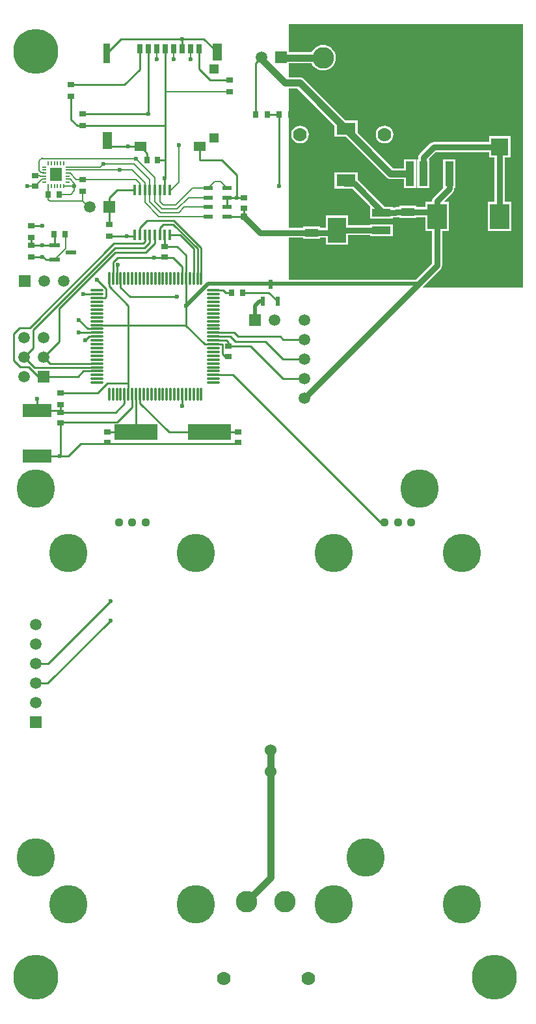
<source format=gtl>
G04*
G04 #@! TF.GenerationSoftware,Altium Limited,Altium Designer,18.0.12 (696)*
G04*
G04 Layer_Physical_Order=1*
G04 Layer_Color=255*
%FSLAX25Y25*%
%MOIN*%
G70*
G01*
G75*
%ADD15C,0.01000*%
%ADD61R,0.09685X0.06221*%
%ADD62R,0.03543X0.03150*%
%ADD63R,0.03543X0.02756*%
%ADD64R,0.03150X0.03543*%
%ADD65R,0.02756X0.03543*%
%ADD66R,0.02362X0.04528*%
%ADD67R,0.01400X0.05800*%
%ADD68R,0.03150X0.04882*%
%ADD69R,0.03740X0.09843*%
%ADD70R,0.04528X0.08661*%
%ADD71R,0.04567X0.04921*%
%ADD72R,0.04567X0.04724*%
%ADD73R,0.05906X0.04528*%
%ADD74O,0.01181X0.07087*%
%ADD75O,0.07087X0.01181*%
%ADD76R,0.06063X0.06693*%
%ADD77O,0.02362X0.00787*%
%ADD78O,0.00787X0.02362*%
%ADD79R,0.05200X0.02000*%
%ADD80R,0.05200X0.02200*%
%ADD81R,0.05158X0.02087*%
%ADD82R,0.14567X0.06693*%
%ADD83R,0.22000X0.08000*%
%ADD84R,0.06693X0.04331*%
%ADD85R,0.04134X0.12598*%
%ADD86R,0.41142X0.32677*%
%ADD87R,0.09449X0.03937*%
%ADD88R,0.09449X0.12992*%
%ADD89R,0.09055X0.09055*%
%ADD90R,0.10000X0.13000*%
%ADD91C,0.00700*%
%ADD92C,0.03500*%
%ADD93C,0.03000*%
%ADD94C,0.02000*%
%ADD95R,0.05906X0.05906*%
%ADD96C,0.05906*%
%ADD97R,0.05906X0.05906*%
%ADD98C,0.19700*%
%ADD99C,0.06000*%
%ADD100C,0.11000*%
%ADD101C,0.07000*%
%ADD102C,0.19685*%
%ADD103C,0.04400*%
%ADD104C,0.23000*%
%ADD105C,0.02362*%
%ADD106C,0.05000*%
%ADD107C,0.04000*%
G36*
X270000Y372000D02*
X218812D01*
X218605Y372500D01*
X227802Y381698D01*
X228355Y382524D01*
X228549Y383500D01*
Y401000D01*
X232000D01*
Y416000D01*
X229758D01*
X229567Y416462D01*
X233995Y420891D01*
X234548Y421718D01*
X234742Y422693D01*
Y423079D01*
X235260D01*
Y437677D01*
X229126D01*
Y423231D01*
X224198Y418302D01*
X223645Y417476D01*
X223451Y416500D01*
Y416000D01*
X220000D01*
Y413364D01*
X215347D01*
Y413980D01*
X206653D01*
Y413364D01*
X205000D01*
X204025Y413170D01*
X203926Y413104D01*
X203142D01*
Y413524D01*
X199081D01*
X185302Y427302D01*
X185134Y427415D01*
Y431110D01*
X173449D01*
Y422890D01*
X182505D01*
X191467Y413929D01*
X191693Y413524D01*
X191693D01*
X191693Y413524D01*
Y407587D01*
X203142D01*
Y408006D01*
X204740D01*
X205716Y408200D01*
X205814Y408266D01*
X206653D01*
Y407650D01*
X215347D01*
Y408266D01*
X220000D01*
Y401000D01*
X223451D01*
Y384556D01*
X214934Y376039D01*
X150000D01*
Y397636D01*
X157153D01*
Y397020D01*
X165847D01*
Y397636D01*
X168858D01*
Y394004D01*
X180307D01*
Y398951D01*
X191693D01*
Y398532D01*
X203142D01*
Y404468D01*
X191693D01*
Y404049D01*
X180307D01*
Y408996D01*
X168858D01*
Y402734D01*
X165847D01*
Y403350D01*
X157153D01*
Y402734D01*
X150000D01*
Y474226D01*
X154351D01*
X173449Y455128D01*
Y449390D01*
X179188D01*
X200161Y428417D01*
X200735Y427976D01*
X201404Y427699D01*
X202122Y427604D01*
X209047D01*
Y423079D01*
X215181D01*
Y437677D01*
X209047D01*
Y433152D01*
X203271D01*
X185134Y451289D01*
Y457610D01*
X178812D01*
X157461Y478961D01*
X156887Y479402D01*
X156218Y479679D01*
X155500Y479774D01*
X150000D01*
Y487097D01*
X161616D01*
X162073Y486241D01*
X162886Y485252D01*
X163875Y484440D01*
X165005Y483836D01*
X166230Y483464D01*
X167504Y483339D01*
X168778Y483464D01*
X170003Y483836D01*
X171133Y484440D01*
X172122Y485252D01*
X172935Y486241D01*
X173538Y487371D01*
X173910Y488596D01*
X174035Y489870D01*
X173910Y491144D01*
X173538Y492370D01*
X172935Y493499D01*
X172122Y494489D01*
X171133Y495301D01*
X170003Y495904D01*
X168778Y496276D01*
X167504Y496402D01*
X166230Y496276D01*
X165005Y495904D01*
X163875Y495301D01*
X162886Y494489D01*
X162073Y493499D01*
X161616Y492644D01*
X150000D01*
Y507000D01*
X270000D01*
Y372000D01*
D02*
G37*
%LPC*%
G36*
X199000Y455039D02*
X197825Y454884D01*
X196731Y454431D01*
X195791Y453709D01*
X195069Y452769D01*
X194616Y451675D01*
X194461Y450500D01*
X194616Y449325D01*
X195069Y448231D01*
X195791Y447291D01*
X196731Y446569D01*
X197825Y446116D01*
X199000Y445961D01*
X200175Y446116D01*
X201269Y446569D01*
X202209Y447291D01*
X202931Y448231D01*
X203384Y449325D01*
X203539Y450500D01*
X203384Y451675D01*
X202931Y452769D01*
X202209Y453709D01*
X201269Y454431D01*
X200175Y454884D01*
X199000Y455039D01*
D02*
G37*
G36*
X155693D02*
X154518Y454884D01*
X153424Y454431D01*
X152484Y453709D01*
X151762Y452769D01*
X151309Y451675D01*
X151154Y450500D01*
X151309Y449325D01*
X151762Y448231D01*
X152484Y447291D01*
X153424Y446569D01*
X154518Y446116D01*
X155693Y445961D01*
X156868Y446116D01*
X157962Y446569D01*
X158902Y447291D01*
X159624Y448231D01*
X160077Y449325D01*
X160232Y450500D01*
X160077Y451675D01*
X159624Y452769D01*
X158902Y453709D01*
X157962Y454431D01*
X156868Y454884D01*
X155693Y455039D01*
D02*
G37*
G36*
X263528Y449669D02*
X252472D01*
Y446691D01*
X224236D01*
X223261Y446497D01*
X222434Y445944D01*
X217005Y440515D01*
X216452Y439688D01*
X216258Y438713D01*
Y437677D01*
X215740D01*
Y423079D01*
X221874D01*
Y437677D01*
X221874D01*
X221728Y438029D01*
X225292Y441593D01*
X252472D01*
Y438614D01*
X255451D01*
Y416000D01*
X252000D01*
Y401000D01*
X264000D01*
Y416000D01*
X260549D01*
Y438614D01*
X263528D01*
Y449669D01*
D02*
G37*
%LPD*%
D15*
X33000Y317953D02*
X51953D01*
X118200Y413339D02*
Y418261D01*
X81000Y387500D02*
X90500D01*
X56870Y444500D02*
X67720D01*
X45106Y292244D02*
X123500D01*
X36886Y285886D02*
X43245Y292245D01*
X32641Y285886D02*
X36886D01*
X43245Y292245D02*
X45087D01*
X33000Y286500D02*
Y302744D01*
Y308256D02*
X33000Y308256D01*
Y312047D01*
X32142Y309114D02*
X33000Y308256D01*
X21000Y309114D02*
X32142D01*
X33000Y308256D02*
X61256D01*
X33000Y302744D02*
X33256Y303000D01*
X62000D01*
X69689Y310689D01*
X21000Y285886D02*
X32641D01*
X73819Y444303D02*
X77244Y440878D01*
X73622Y444500D02*
X73819Y444303D01*
X77244Y437500D02*
Y440878D01*
X67720Y444500D02*
X73622D01*
X77780Y460953D02*
X77913Y461087D01*
X44201Y460953D02*
X77780D01*
X26460Y169488D02*
X58500Y201528D01*
X20140Y169488D02*
X26460D01*
X26488Y179488D02*
X58500Y211500D01*
X20140Y179488D02*
X26488D01*
X86400Y393600D02*
X86744Y393256D01*
X17201Y351500D02*
X60458Y394757D01*
X12000Y351500D02*
X17201D01*
X9000Y348500D02*
X12000Y351500D01*
X9000Y334720D02*
Y348500D01*
X60458Y394757D02*
X75253D01*
X60945Y392445D02*
X75945D01*
X19000Y350500D02*
X60945Y392445D01*
X19000Y341111D02*
Y350500D01*
X61000Y390000D02*
X76543D01*
X32287Y361287D02*
X61000Y390000D01*
X32287Y344398D02*
Y361287D01*
X51600Y376000D02*
X56319Y371281D01*
X44783Y329283D02*
X51776D01*
X42000Y326500D02*
X44783Y329283D01*
X24389Y326500D02*
X42000D01*
X14389Y336500D02*
X19000Y341111D01*
X19637Y331252D02*
X51776D01*
X14389Y336500D02*
X19637Y331252D01*
X21500Y326500D02*
X24389D01*
X16500Y331500D02*
X21500Y326500D01*
X12220Y331500D02*
X16500D01*
X9000Y334720D02*
X12220Y331500D01*
X21000Y309114D02*
Y315047D01*
X24389Y336500D02*
X32287Y344398D01*
X24389Y336500D02*
X27669Y333220D01*
X51776D01*
X117500Y369500D02*
X120547D01*
X116378Y370622D02*
X117500Y369500D01*
X19408Y403638D02*
X23500D01*
Y387732D02*
X24068D01*
X25500Y386300D01*
X18000Y387732D02*
X23500D01*
X58000Y398547D02*
X66953D01*
X58000Y404453D02*
X58000Y404453D01*
X58000Y404453D02*
Y413500D01*
X29162Y393700D02*
X29500Y394038D01*
X29248Y399500D02*
X29838Y398910D01*
Y393700D02*
Y398910D01*
X196803Y251697D02*
X199106D01*
X121185Y327315D02*
X196803Y251697D01*
X45500Y345000D02*
X47500Y347000D01*
X61953Y422000D02*
X71000D01*
X58000Y418047D02*
X61953Y422000D01*
X58000Y413500D02*
Y418047D01*
X95236Y311500D02*
X95280Y311543D01*
Y317276D01*
X67000Y398500D02*
X70500D01*
X71000Y399000D01*
X86744Y393256D02*
X92744D01*
X86400D02*
X86744D01*
X92744D02*
X97248Y388752D01*
X62225Y387500D02*
X81000D01*
X95280Y376724D02*
Y382720D01*
X90500Y387500D02*
X95280Y382720D01*
X139764Y369500D02*
X144240Y365024D01*
X126453Y369500D02*
X139764D01*
X111224Y370622D02*
X116378D01*
X145500Y347000D02*
X147000Y345500D01*
X124012Y347000D02*
X145500D01*
X122043Y348969D02*
X124012Y347000D01*
X138000Y344500D02*
X147000Y335500D01*
X122543Y344500D02*
X138000D01*
X120043Y347000D02*
X122543Y344500D01*
X111224Y348969D02*
X122043D01*
X147000Y325500D02*
X158000D01*
X130244Y342256D02*
X147000Y325500D01*
X119000Y342256D02*
X130244D01*
X147000Y335500D02*
X158000D01*
X147000Y345500D02*
X158000D01*
X111224Y347000D02*
X120043D01*
X119000Y342256D02*
Y344000D01*
X117968Y345032D02*
X119000Y344000D01*
X111224Y345032D02*
X117968D01*
X97248Y353027D02*
Y362748D01*
X68496Y367500D02*
X92500D01*
X68496D02*
X68498Y367502D01*
X63783Y372217D02*
X68498Y367502D01*
X97248Y362748D02*
Y376724D01*
X97126Y352906D02*
X97248Y353027D01*
X123339Y418261D02*
Y429661D01*
X115500Y437500D02*
X123339Y429661D01*
X127000Y408500D02*
X127000Y408500D01*
Y412744D01*
X126995Y418261D02*
X127000Y418256D01*
X123339Y418261D02*
X126995D01*
X29162Y393700D02*
X29838D01*
X23500D02*
X29162D01*
X18000D02*
X23500D01*
X29500Y394038D02*
X29838Y393700D01*
X104449Y437500D02*
X115500D01*
X104449D02*
Y444303D01*
X73583Y483856D02*
Y494520D01*
X65679Y475953D02*
X73583Y483856D01*
X38438Y475953D02*
X65679D01*
X77913Y461087D02*
Y494520D01*
X106969Y343063D02*
X111224D01*
X97126Y352906D02*
X106969Y343063D01*
X61815Y376724D02*
Y383486D01*
X62225Y383895D01*
X67720Y352906D02*
Y362780D01*
Y323000D02*
Y352906D01*
X97126D01*
X51776D02*
X67720D01*
X97126D02*
X97126Y352906D01*
X95236Y494520D02*
Y499500D01*
X133122Y487122D02*
X136000Y490000D01*
X133122Y460715D02*
Y487122D01*
X56476Y492039D02*
X63937Y499500D01*
X95236D01*
X106260D02*
X113130Y492630D01*
X95236Y499500D02*
X106260D01*
X86575Y455000D02*
Y472500D01*
Y437500D02*
Y455000D01*
X86528Y455047D02*
X86575Y455000D01*
X44201Y455047D02*
X86528D01*
X41569D02*
X44201D01*
X38438Y458178D02*
X41569Y455047D01*
X38438Y458178D02*
Y470047D01*
X38079Y475953D02*
X38438D01*
X86575Y472500D02*
Y494520D01*
X103898Y484063D02*
Y494520D01*
Y484063D02*
X109508Y478453D01*
X119500D01*
X82756Y437500D02*
X86575D01*
Y428175D02*
Y437500D01*
X86400Y428000D02*
X86575Y428175D01*
X111224Y327315D02*
X121185D01*
X42243Y355500D02*
X46806Y350937D01*
X109250Y298256D02*
X115000D01*
X88500Y298000D02*
X109250D01*
X73626Y312874D02*
X88500Y298000D01*
X73626Y312874D02*
Y317276D01*
X71494Y298256D02*
X71657Y298419D01*
Y317276D01*
X123744Y298000D02*
X124000Y298256D01*
X109250Y298000D02*
X123744D01*
X57000Y298256D02*
X71494D01*
X123500Y292244D02*
X124000Y292744D01*
X42243Y348969D02*
X51776D01*
X46806Y350937D02*
X51776D01*
X47500Y347000D02*
X51776D01*
X101185Y376724D02*
Y391957D01*
X94142Y399000D02*
X101185Y391957D01*
X89000Y399000D02*
X94142D01*
X100250Y295500D02*
X106000D01*
X61256Y308256D02*
X65752Y312752D01*
X51953Y317953D02*
X57000Y323000D01*
X117256Y336744D02*
X119000D01*
X115937Y338063D02*
X117256Y336744D01*
X115937Y338063D02*
Y343063D01*
X18000Y393700D02*
Y397732D01*
X97248Y376724D02*
Y388752D01*
X86400Y393600D02*
Y399000D01*
X111224Y343063D02*
X115937D01*
X145000Y460593D02*
X145122Y460715D01*
X145000Y424000D02*
Y460593D01*
X146000Y490000D02*
X146130Y489870D01*
X86400Y422000D02*
Y428000D01*
X56476Y447827D02*
X56870Y447433D01*
X57878Y372622D02*
X67720Y362780D01*
X57878Y372622D02*
Y376724D01*
X63783Y372217D02*
Y376724D01*
X59846Y385122D02*
X62225Y387500D01*
X78700Y395200D02*
Y399000D01*
X75945Y392445D02*
X78700Y395200D01*
X75253Y394757D02*
X76200Y395704D01*
Y399000D01*
X90763Y404500D02*
X103154Y392110D01*
X85650Y404500D02*
X90763D01*
X83800Y402650D02*
X85650Y404500D01*
X90933Y406500D02*
X105122Y392311D01*
X77303Y406500D02*
X90933D01*
X73600Y402797D02*
X77303Y406500D01*
X57000Y323000D02*
X67720D01*
Y317276D02*
Y323000D01*
X59846Y376724D02*
Y385122D01*
X76543Y390000D02*
X81300Y394757D01*
X69689Y310689D02*
Y317276D01*
X56319Y367504D02*
Y371281D01*
X55500Y366685D02*
X56319Y367504D01*
X51776Y366685D02*
X55500D01*
X25500Y386300D02*
X29838D01*
X44500Y368654D02*
X51776D01*
X103154Y376724D02*
Y392110D01*
X83800Y399000D02*
Y402650D01*
X105122Y376724D02*
Y392311D01*
X118224Y408418D02*
X126918D01*
X45087Y292245D02*
X45106Y292244D01*
X81300Y394757D02*
Y399000D01*
X73600D02*
Y402797D01*
X65752Y312752D02*
Y317276D01*
X118200Y418261D02*
X118224D01*
X118200Y413339D02*
X118224D01*
Y418261D02*
X123339D01*
X139028Y460715D02*
X145122D01*
D61*
X179291Y427000D02*
D03*
X165709D02*
D03*
X179291Y453500D02*
D03*
X165709D02*
D03*
D62*
X86400Y387744D02*
D03*
Y393256D02*
D03*
X119000Y342256D02*
D03*
Y336744D02*
D03*
X33000Y302744D02*
D03*
Y308256D02*
D03*
X127000Y418256D02*
D03*
Y412744D02*
D03*
X20031Y423944D02*
D03*
Y429456D02*
D03*
X124000Y298256D02*
D03*
Y292744D02*
D03*
X57000Y298256D02*
D03*
Y292744D02*
D03*
D63*
X44201Y427453D02*
D03*
Y421547D02*
D03*
X58000Y404453D02*
D03*
Y398547D02*
D03*
X44201Y455047D02*
D03*
Y460953D02*
D03*
X38438Y475953D02*
D03*
Y470047D02*
D03*
X119500Y478453D02*
D03*
Y472547D02*
D03*
X33000Y317953D02*
D03*
Y312047D02*
D03*
X18000Y403638D02*
D03*
Y397732D02*
D03*
Y393638D02*
D03*
Y387732D02*
D03*
D64*
X35260Y399500D02*
D03*
X29748D02*
D03*
X32287Y419700D02*
D03*
X26776D02*
D03*
X77244Y437500D02*
D03*
X82756D02*
D03*
D65*
X126453Y369500D02*
D03*
X120547D02*
D03*
X145122Y460715D02*
D03*
X151028D02*
D03*
X133122D02*
D03*
X139028D02*
D03*
D66*
X136760Y365024D02*
D03*
X144240D02*
D03*
X140500Y373882D02*
D03*
D67*
X89000Y399000D02*
D03*
X86400D02*
D03*
X83800D02*
D03*
X81300D02*
D03*
X78700D02*
D03*
X76200D02*
D03*
X73600D02*
D03*
X71000D02*
D03*
Y422000D02*
D03*
X73600D02*
D03*
X76200D02*
D03*
X78700D02*
D03*
X81300D02*
D03*
X83800D02*
D03*
X86400D02*
D03*
X89000D02*
D03*
D68*
X73583Y494520D02*
D03*
X77913D02*
D03*
X82244D02*
D03*
X86575D02*
D03*
X90906D02*
D03*
X95236D02*
D03*
X99567D02*
D03*
X103898D02*
D03*
D69*
X56476Y492039D02*
D03*
D70*
X113130Y492630D02*
D03*
X56870Y447433D02*
D03*
D71*
X111535Y484165D02*
D03*
D72*
Y448732D02*
D03*
D73*
X73819Y444303D02*
D03*
X104449D02*
D03*
D74*
X57878Y376724D02*
D03*
X59846D02*
D03*
X61815D02*
D03*
X63783D02*
D03*
X65752D02*
D03*
X67720D02*
D03*
X69689D02*
D03*
X71657D02*
D03*
X73626D02*
D03*
X75594D02*
D03*
X77563D02*
D03*
X79532D02*
D03*
X81500D02*
D03*
X83469D02*
D03*
X85437D02*
D03*
X87406D02*
D03*
X89374D02*
D03*
X91343D02*
D03*
X93311D02*
D03*
X95280D02*
D03*
X97248D02*
D03*
X99217D02*
D03*
X101185D02*
D03*
X103154D02*
D03*
X105122D02*
D03*
Y317276D02*
D03*
X103154D02*
D03*
X101185D02*
D03*
X99217D02*
D03*
X97248D02*
D03*
X95280D02*
D03*
X93311D02*
D03*
X91343D02*
D03*
X89374D02*
D03*
X87406D02*
D03*
X85437D02*
D03*
X83469D02*
D03*
X81500D02*
D03*
X79532D02*
D03*
X77563D02*
D03*
X75594D02*
D03*
X73626D02*
D03*
X71657D02*
D03*
X69689D02*
D03*
X67720D02*
D03*
X65752D02*
D03*
X63783D02*
D03*
X61815D02*
D03*
X59846D02*
D03*
X57878D02*
D03*
D75*
X111224Y370622D02*
D03*
Y368654D02*
D03*
Y366685D02*
D03*
Y364717D02*
D03*
Y362748D02*
D03*
Y360780D02*
D03*
Y358811D02*
D03*
Y356843D02*
D03*
Y354874D02*
D03*
Y352906D02*
D03*
Y350937D02*
D03*
Y348969D02*
D03*
Y347000D02*
D03*
Y345032D02*
D03*
Y343063D02*
D03*
Y341094D02*
D03*
Y339126D02*
D03*
Y337157D02*
D03*
Y335189D02*
D03*
Y333220D02*
D03*
Y331252D02*
D03*
Y329283D02*
D03*
Y327315D02*
D03*
Y325346D02*
D03*
Y323378D02*
D03*
X51776D02*
D03*
Y325346D02*
D03*
Y327315D02*
D03*
Y329283D02*
D03*
Y331252D02*
D03*
Y333220D02*
D03*
Y335189D02*
D03*
Y337157D02*
D03*
Y339126D02*
D03*
Y341094D02*
D03*
Y343063D02*
D03*
Y345032D02*
D03*
Y347000D02*
D03*
Y348969D02*
D03*
Y350937D02*
D03*
Y352906D02*
D03*
Y354874D02*
D03*
Y356843D02*
D03*
Y358811D02*
D03*
Y360780D02*
D03*
Y362748D02*
D03*
Y364717D02*
D03*
Y366685D02*
D03*
Y368654D02*
D03*
Y370622D02*
D03*
D76*
X30626Y429987D02*
D03*
D77*
X36531Y433924D02*
D03*
Y432350D02*
D03*
Y430775D02*
D03*
Y429200D02*
D03*
Y427625D02*
D03*
Y426050D02*
D03*
X24720D02*
D03*
Y427625D02*
D03*
Y429200D02*
D03*
Y430775D02*
D03*
Y432350D02*
D03*
Y433924D02*
D03*
D78*
X34563Y424082D02*
D03*
X32988D02*
D03*
X31413D02*
D03*
X29838D02*
D03*
X28264D02*
D03*
X26689D02*
D03*
Y435893D02*
D03*
X28264D02*
D03*
X29838D02*
D03*
X31413D02*
D03*
X32988D02*
D03*
X34563D02*
D03*
D79*
X38438Y390000D02*
D03*
D80*
X29838Y386300D02*
D03*
Y393700D02*
D03*
D81*
X108776Y413339D02*
D03*
Y418261D02*
D03*
Y423182D02*
D03*
X118224D02*
D03*
Y418261D02*
D03*
Y413339D02*
D03*
X108776Y408418D02*
D03*
X118224D02*
D03*
D82*
X21000Y285886D02*
D03*
Y309114D02*
D03*
D83*
X71750Y298000D02*
D03*
X109250D02*
D03*
D84*
X211000Y410815D02*
D03*
Y400185D02*
D03*
X161500D02*
D03*
Y410815D02*
D03*
D85*
X212114Y430378D02*
D03*
X218807D02*
D03*
X225500D02*
D03*
X232193D02*
D03*
X238886D02*
D03*
D86*
X225500Y467583D02*
D03*
D87*
X197417Y392445D02*
D03*
Y401500D02*
D03*
Y410555D02*
D03*
D88*
X174583Y401500D02*
D03*
D89*
X258000Y444142D02*
D03*
Y461858D02*
D03*
D90*
X226000Y408500D02*
D03*
X258000D02*
D03*
D91*
X34760Y399500D02*
X35500Y398760D01*
X93500Y426000D02*
Y445000D01*
Y426000D02*
X93554Y425946D01*
X89609Y422000D02*
X93554Y425946D01*
X26657Y419182D02*
Y424064D01*
X53424Y433924D02*
X55000Y435500D01*
X36531Y433924D02*
X53424D01*
X70500Y435500D02*
X78700Y427300D01*
X55000Y435500D02*
X70500D01*
X24000Y438000D02*
X71728D01*
X78700Y422000D02*
Y427300D01*
X81300Y422000D02*
Y428428D01*
X71728Y438000D02*
X81300Y428428D01*
X23500Y438500D02*
X24000Y438000D01*
X36531Y432350D02*
X63134D01*
X69751D01*
X99567Y489000D02*
Y494520D01*
X41125Y427500D02*
X71500D01*
X37850Y430775D02*
X41125Y427500D01*
X47201Y413500D02*
X48000D01*
X44201Y416500D02*
X47201Y413500D01*
X44201Y416500D02*
Y421547D01*
X27500Y416500D02*
X44201D01*
X26776Y417225D02*
X27500Y416500D01*
X35500Y391962D02*
Y398760D01*
X29838Y386300D02*
X35500Y391962D01*
X66953Y398547D02*
X67000Y398500D01*
X26776Y417225D02*
Y419700D01*
X40031Y424227D02*
Y425469D01*
X37875Y427625D02*
X40031Y425469D01*
X36531Y427625D02*
X37875D01*
X36531Y430775D02*
X37850D01*
X24389Y431106D02*
X24720Y430775D01*
X22930Y431106D02*
X24389D01*
X22000Y432036D02*
X22930Y431106D01*
X22000Y432036D02*
Y437000D01*
X23500Y438500D01*
X69751Y432350D02*
X76200Y425900D01*
X38131Y419700D02*
X40031Y421600D01*
X32287Y419700D02*
X38131D01*
X115006Y426400D02*
X118224Y423182D01*
X111994Y426400D02*
X115006D01*
X108776Y423182D02*
X111994Y426400D01*
X100682Y423182D02*
X108776D01*
X92000Y414500D02*
X100682Y423182D01*
X40031Y421600D02*
Y424227D01*
X34708D02*
X40031D01*
X16031Y423944D02*
X20031D01*
X22531Y429200D02*
X24720D01*
X22275Y429456D02*
X22531Y429200D01*
X20031Y429456D02*
X22275D01*
X20031Y423944D02*
X23712Y427625D01*
X71500Y427500D02*
X73600Y425400D01*
Y422000D02*
Y425400D01*
X76200Y422000D02*
Y425900D01*
X89000Y422000D02*
X89609D01*
X86575Y472500D02*
X86622Y472547D01*
X119500D01*
X90906Y489094D02*
Y494520D01*
X82244Y489000D02*
Y494520D01*
X96339Y413339D02*
X108776D01*
X93500Y410500D02*
X96339Y413339D01*
X84244Y410500D02*
X93500D01*
X98516Y418261D02*
X108776D01*
X92756Y412500D02*
X98516Y418261D01*
X85000Y412500D02*
X92756D01*
X85500Y414500D02*
X92000D01*
X83800Y416200D02*
X85500Y414500D01*
X81300Y416200D02*
X85000Y412500D01*
X78700Y416044D02*
X84244Y410500D01*
X83407Y408418D02*
X108776D01*
X76200Y415625D02*
X83407Y408418D01*
X76200Y415625D02*
Y422000D01*
X78700Y416044D02*
Y422000D01*
X83800Y416200D02*
Y422000D01*
X81300Y416200D02*
Y422000D01*
X126918Y408418D02*
X127000Y408500D01*
D92*
X128315Y57500D02*
X140500Y69685D01*
Y124000D01*
X155500Y477000D02*
X202122Y430378D01*
X148063Y477000D02*
X155500D01*
X202122Y430378D02*
X212114D01*
X136000Y489063D02*
X148063Y477000D01*
X136000Y489063D02*
Y490000D01*
X140500Y124000D02*
Y135000D01*
X146130Y489870D02*
X167504D01*
D93*
X161500Y400185D02*
X174583D01*
X211000Y410815D02*
X226000D01*
X178500Y425500D02*
X183500D01*
X197417Y410555D02*
Y411583D01*
X183500Y425500D02*
X197417Y411583D01*
X216500Y374000D02*
X226000Y383500D01*
X158000Y315500D02*
X216500Y374000D01*
X174583Y400185D02*
Y401500D01*
Y400100D02*
Y400185D01*
X135315D02*
X161500D01*
X127000Y408500D02*
X135315Y400185D01*
X226000Y383500D02*
Y408500D01*
X174583Y401500D02*
X197417D01*
Y410555D02*
X204740D01*
X205000Y410815D01*
X211000D01*
X226000Y408500D02*
Y410815D01*
Y416500D02*
X232193Y422693D01*
Y430378D01*
X226000Y410815D02*
Y416500D01*
X218807Y430378D02*
Y438713D01*
X224236Y444142D01*
X258000D01*
Y408500D02*
Y444142D01*
D94*
X108500Y374000D02*
X216500D01*
X132760Y355500D02*
Y362760D01*
X135024Y365024D01*
X136760D01*
X97248Y362748D02*
X108500Y374000D01*
D95*
X14500Y375500D02*
D03*
X58000Y413500D02*
D03*
X132760Y355500D02*
D03*
X146000Y490000D02*
D03*
D96*
X24500Y375500D02*
D03*
X34500D02*
D03*
X14389Y326500D02*
D03*
X24389Y336500D02*
D03*
X14389D02*
D03*
X24389Y346500D02*
D03*
X14389D02*
D03*
X48000Y413500D02*
D03*
X142760Y355500D02*
D03*
X20140Y159488D02*
D03*
Y169488D02*
D03*
Y179488D02*
D03*
Y189488D02*
D03*
Y199488D02*
D03*
X136000Y490000D02*
D03*
X158000Y315500D02*
D03*
Y325500D02*
D03*
Y335500D02*
D03*
Y345500D02*
D03*
Y355500D02*
D03*
D97*
X24389Y326500D02*
D03*
X20140Y149488D02*
D03*
D98*
X189431Y80000D02*
D03*
X216990Y268976D02*
D03*
X20140D02*
D03*
Y80000D02*
D03*
D99*
X140500Y124000D02*
D03*
Y135000D02*
D03*
D100*
X128315Y57500D02*
D03*
X148000D02*
D03*
X167504Y489870D02*
D03*
X187189D02*
D03*
D101*
X116504Y18130D02*
D03*
X159811D02*
D03*
X155693Y450500D02*
D03*
X199000D02*
D03*
D102*
X37000Y236000D02*
D03*
Y56197D02*
D03*
X102394Y236000D02*
D03*
Y56197D02*
D03*
X238500D02*
D03*
Y236000D02*
D03*
X173106Y56197D02*
D03*
Y236000D02*
D03*
D103*
X63000Y251697D02*
D03*
X69697D02*
D03*
X76500D02*
D03*
X212606D02*
D03*
X205803D02*
D03*
X199106D02*
D03*
D104*
X20140Y493000D02*
D03*
Y18762D02*
D03*
X255451D02*
D03*
Y493000D02*
D03*
D105*
X32641Y285886D02*
D03*
X93500Y445000D02*
D03*
X67720Y444500D02*
D03*
X55000Y435500D02*
D03*
X71728Y438000D02*
D03*
X63134Y432350D02*
D03*
X99567Y489000D02*
D03*
X90906Y489094D02*
D03*
X77913Y461087D02*
D03*
X58500Y201528D02*
D03*
Y211500D02*
D03*
X51600Y376000D02*
D03*
X21000Y315047D02*
D03*
X23500Y403638D02*
D03*
Y387732D02*
D03*
X45500Y345000D02*
D03*
X95236Y311500D02*
D03*
X40031Y424227D02*
D03*
X16031Y423944D02*
D03*
X67000Y398500D02*
D03*
X81000Y387500D02*
D03*
X97248Y362748D02*
D03*
X92500Y367500D02*
D03*
X123339Y418261D02*
D03*
X23500Y393700D02*
D03*
X62225Y383895D02*
D03*
X95236Y499500D02*
D03*
X82244Y489000D02*
D03*
X42243Y355500D02*
D03*
Y348969D02*
D03*
X145000Y424000D02*
D03*
X86400Y428000D02*
D03*
X44500Y368654D02*
D03*
D106*
X247000Y493000D02*
D03*
X255451Y484500D02*
D03*
X264000Y493000D02*
D03*
X255500Y501500D02*
D03*
X174500Y388000D02*
D03*
X20140Y502000D02*
D03*
X29140Y493000D02*
D03*
X11140D02*
D03*
X20140Y484000D02*
D03*
Y27762D02*
D03*
X29140Y18762D02*
D03*
X11140D02*
D03*
X20140Y9762D02*
D03*
X255451Y27762D02*
D03*
X264451Y18762D02*
D03*
X246451D02*
D03*
X255451Y9762D02*
D03*
D107*
X127000Y408500D02*
D03*
M02*

</source>
